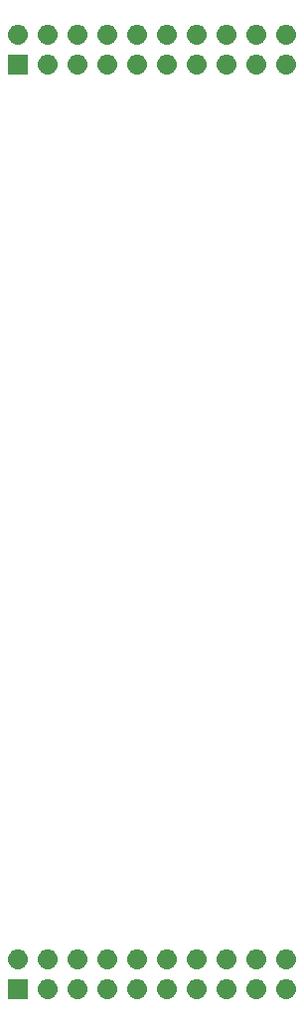
<source format=gbr>
G04 #@! TF.GenerationSoftware,KiCad,Pcbnew,5.0.2-bee76a0~70~ubuntu18.04.1*
G04 #@! TF.CreationDate,2019-10-25T10:51:07+02:00*
G04 #@! TF.ProjectId,atecc,61746563-632e-46b6-9963-61645f706362,rev?*
G04 #@! TF.SameCoordinates,Original*
G04 #@! TF.FileFunction,Soldermask,Bot*
G04 #@! TF.FilePolarity,Negative*
%FSLAX46Y46*%
G04 Gerber Fmt 4.6, Leading zero omitted, Abs format (unit mm)*
G04 Created by KiCad (PCBNEW 5.0.2-bee76a0~70~ubuntu18.04.1) date ven. 25 oct. 2019 10:51:07 CEST*
%MOMM*%
%LPD*%
G01*
G04 APERTURE LIST*
%ADD10C,0.100000*%
G04 APERTURE END LIST*
D10*
G36*
X51650000Y-155790000D02*
X49950000Y-155790000D01*
X49950000Y-154090000D01*
X51650000Y-154090000D01*
X51650000Y-155790000D01*
X51650000Y-155790000D01*
G37*
G36*
X53506630Y-154102299D02*
X53666855Y-154150903D01*
X53814520Y-154229831D01*
X53943949Y-154336051D01*
X54050169Y-154465480D01*
X54129097Y-154613145D01*
X54177701Y-154773370D01*
X54194112Y-154940000D01*
X54177701Y-155106630D01*
X54129097Y-155266855D01*
X54050169Y-155414520D01*
X53943949Y-155543949D01*
X53814520Y-155650169D01*
X53666855Y-155729097D01*
X53506630Y-155777701D01*
X53381752Y-155790000D01*
X53298248Y-155790000D01*
X53173370Y-155777701D01*
X53013145Y-155729097D01*
X52865480Y-155650169D01*
X52736051Y-155543949D01*
X52629831Y-155414520D01*
X52550903Y-155266855D01*
X52502299Y-155106630D01*
X52485888Y-154940000D01*
X52502299Y-154773370D01*
X52550903Y-154613145D01*
X52629831Y-154465480D01*
X52736051Y-154336051D01*
X52865480Y-154229831D01*
X53013145Y-154150903D01*
X53173370Y-154102299D01*
X53298248Y-154090000D01*
X53381752Y-154090000D01*
X53506630Y-154102299D01*
X53506630Y-154102299D01*
G37*
G36*
X56046630Y-154102299D02*
X56206855Y-154150903D01*
X56354520Y-154229831D01*
X56483949Y-154336051D01*
X56590169Y-154465480D01*
X56669097Y-154613145D01*
X56717701Y-154773370D01*
X56734112Y-154940000D01*
X56717701Y-155106630D01*
X56669097Y-155266855D01*
X56590169Y-155414520D01*
X56483949Y-155543949D01*
X56354520Y-155650169D01*
X56206855Y-155729097D01*
X56046630Y-155777701D01*
X55921752Y-155790000D01*
X55838248Y-155790000D01*
X55713370Y-155777701D01*
X55553145Y-155729097D01*
X55405480Y-155650169D01*
X55276051Y-155543949D01*
X55169831Y-155414520D01*
X55090903Y-155266855D01*
X55042299Y-155106630D01*
X55025888Y-154940000D01*
X55042299Y-154773370D01*
X55090903Y-154613145D01*
X55169831Y-154465480D01*
X55276051Y-154336051D01*
X55405480Y-154229831D01*
X55553145Y-154150903D01*
X55713370Y-154102299D01*
X55838248Y-154090000D01*
X55921752Y-154090000D01*
X56046630Y-154102299D01*
X56046630Y-154102299D01*
G37*
G36*
X58586630Y-154102299D02*
X58746855Y-154150903D01*
X58894520Y-154229831D01*
X59023949Y-154336051D01*
X59130169Y-154465480D01*
X59209097Y-154613145D01*
X59257701Y-154773370D01*
X59274112Y-154940000D01*
X59257701Y-155106630D01*
X59209097Y-155266855D01*
X59130169Y-155414520D01*
X59023949Y-155543949D01*
X58894520Y-155650169D01*
X58746855Y-155729097D01*
X58586630Y-155777701D01*
X58461752Y-155790000D01*
X58378248Y-155790000D01*
X58253370Y-155777701D01*
X58093145Y-155729097D01*
X57945480Y-155650169D01*
X57816051Y-155543949D01*
X57709831Y-155414520D01*
X57630903Y-155266855D01*
X57582299Y-155106630D01*
X57565888Y-154940000D01*
X57582299Y-154773370D01*
X57630903Y-154613145D01*
X57709831Y-154465480D01*
X57816051Y-154336051D01*
X57945480Y-154229831D01*
X58093145Y-154150903D01*
X58253370Y-154102299D01*
X58378248Y-154090000D01*
X58461752Y-154090000D01*
X58586630Y-154102299D01*
X58586630Y-154102299D01*
G37*
G36*
X61126630Y-154102299D02*
X61286855Y-154150903D01*
X61434520Y-154229831D01*
X61563949Y-154336051D01*
X61670169Y-154465480D01*
X61749097Y-154613145D01*
X61797701Y-154773370D01*
X61814112Y-154940000D01*
X61797701Y-155106630D01*
X61749097Y-155266855D01*
X61670169Y-155414520D01*
X61563949Y-155543949D01*
X61434520Y-155650169D01*
X61286855Y-155729097D01*
X61126630Y-155777701D01*
X61001752Y-155790000D01*
X60918248Y-155790000D01*
X60793370Y-155777701D01*
X60633145Y-155729097D01*
X60485480Y-155650169D01*
X60356051Y-155543949D01*
X60249831Y-155414520D01*
X60170903Y-155266855D01*
X60122299Y-155106630D01*
X60105888Y-154940000D01*
X60122299Y-154773370D01*
X60170903Y-154613145D01*
X60249831Y-154465480D01*
X60356051Y-154336051D01*
X60485480Y-154229831D01*
X60633145Y-154150903D01*
X60793370Y-154102299D01*
X60918248Y-154090000D01*
X61001752Y-154090000D01*
X61126630Y-154102299D01*
X61126630Y-154102299D01*
G37*
G36*
X63666630Y-154102299D02*
X63826855Y-154150903D01*
X63974520Y-154229831D01*
X64103949Y-154336051D01*
X64210169Y-154465480D01*
X64289097Y-154613145D01*
X64337701Y-154773370D01*
X64354112Y-154940000D01*
X64337701Y-155106630D01*
X64289097Y-155266855D01*
X64210169Y-155414520D01*
X64103949Y-155543949D01*
X63974520Y-155650169D01*
X63826855Y-155729097D01*
X63666630Y-155777701D01*
X63541752Y-155790000D01*
X63458248Y-155790000D01*
X63333370Y-155777701D01*
X63173145Y-155729097D01*
X63025480Y-155650169D01*
X62896051Y-155543949D01*
X62789831Y-155414520D01*
X62710903Y-155266855D01*
X62662299Y-155106630D01*
X62645888Y-154940000D01*
X62662299Y-154773370D01*
X62710903Y-154613145D01*
X62789831Y-154465480D01*
X62896051Y-154336051D01*
X63025480Y-154229831D01*
X63173145Y-154150903D01*
X63333370Y-154102299D01*
X63458248Y-154090000D01*
X63541752Y-154090000D01*
X63666630Y-154102299D01*
X63666630Y-154102299D01*
G37*
G36*
X66206630Y-154102299D02*
X66366855Y-154150903D01*
X66514520Y-154229831D01*
X66643949Y-154336051D01*
X66750169Y-154465480D01*
X66829097Y-154613145D01*
X66877701Y-154773370D01*
X66894112Y-154940000D01*
X66877701Y-155106630D01*
X66829097Y-155266855D01*
X66750169Y-155414520D01*
X66643949Y-155543949D01*
X66514520Y-155650169D01*
X66366855Y-155729097D01*
X66206630Y-155777701D01*
X66081752Y-155790000D01*
X65998248Y-155790000D01*
X65873370Y-155777701D01*
X65713145Y-155729097D01*
X65565480Y-155650169D01*
X65436051Y-155543949D01*
X65329831Y-155414520D01*
X65250903Y-155266855D01*
X65202299Y-155106630D01*
X65185888Y-154940000D01*
X65202299Y-154773370D01*
X65250903Y-154613145D01*
X65329831Y-154465480D01*
X65436051Y-154336051D01*
X65565480Y-154229831D01*
X65713145Y-154150903D01*
X65873370Y-154102299D01*
X65998248Y-154090000D01*
X66081752Y-154090000D01*
X66206630Y-154102299D01*
X66206630Y-154102299D01*
G37*
G36*
X71286630Y-154102299D02*
X71446855Y-154150903D01*
X71594520Y-154229831D01*
X71723949Y-154336051D01*
X71830169Y-154465480D01*
X71909097Y-154613145D01*
X71957701Y-154773370D01*
X71974112Y-154940000D01*
X71957701Y-155106630D01*
X71909097Y-155266855D01*
X71830169Y-155414520D01*
X71723949Y-155543949D01*
X71594520Y-155650169D01*
X71446855Y-155729097D01*
X71286630Y-155777701D01*
X71161752Y-155790000D01*
X71078248Y-155790000D01*
X70953370Y-155777701D01*
X70793145Y-155729097D01*
X70645480Y-155650169D01*
X70516051Y-155543949D01*
X70409831Y-155414520D01*
X70330903Y-155266855D01*
X70282299Y-155106630D01*
X70265888Y-154940000D01*
X70282299Y-154773370D01*
X70330903Y-154613145D01*
X70409831Y-154465480D01*
X70516051Y-154336051D01*
X70645480Y-154229831D01*
X70793145Y-154150903D01*
X70953370Y-154102299D01*
X71078248Y-154090000D01*
X71161752Y-154090000D01*
X71286630Y-154102299D01*
X71286630Y-154102299D01*
G37*
G36*
X73826630Y-154102299D02*
X73986855Y-154150903D01*
X74134520Y-154229831D01*
X74263949Y-154336051D01*
X74370169Y-154465480D01*
X74449097Y-154613145D01*
X74497701Y-154773370D01*
X74514112Y-154940000D01*
X74497701Y-155106630D01*
X74449097Y-155266855D01*
X74370169Y-155414520D01*
X74263949Y-155543949D01*
X74134520Y-155650169D01*
X73986855Y-155729097D01*
X73826630Y-155777701D01*
X73701752Y-155790000D01*
X73618248Y-155790000D01*
X73493370Y-155777701D01*
X73333145Y-155729097D01*
X73185480Y-155650169D01*
X73056051Y-155543949D01*
X72949831Y-155414520D01*
X72870903Y-155266855D01*
X72822299Y-155106630D01*
X72805888Y-154940000D01*
X72822299Y-154773370D01*
X72870903Y-154613145D01*
X72949831Y-154465480D01*
X73056051Y-154336051D01*
X73185480Y-154229831D01*
X73333145Y-154150903D01*
X73493370Y-154102299D01*
X73618248Y-154090000D01*
X73701752Y-154090000D01*
X73826630Y-154102299D01*
X73826630Y-154102299D01*
G37*
G36*
X68746630Y-154102299D02*
X68906855Y-154150903D01*
X69054520Y-154229831D01*
X69183949Y-154336051D01*
X69290169Y-154465480D01*
X69369097Y-154613145D01*
X69417701Y-154773370D01*
X69434112Y-154940000D01*
X69417701Y-155106630D01*
X69369097Y-155266855D01*
X69290169Y-155414520D01*
X69183949Y-155543949D01*
X69054520Y-155650169D01*
X68906855Y-155729097D01*
X68746630Y-155777701D01*
X68621752Y-155790000D01*
X68538248Y-155790000D01*
X68413370Y-155777701D01*
X68253145Y-155729097D01*
X68105480Y-155650169D01*
X67976051Y-155543949D01*
X67869831Y-155414520D01*
X67790903Y-155266855D01*
X67742299Y-155106630D01*
X67725888Y-154940000D01*
X67742299Y-154773370D01*
X67790903Y-154613145D01*
X67869831Y-154465480D01*
X67976051Y-154336051D01*
X68105480Y-154229831D01*
X68253145Y-154150903D01*
X68413370Y-154102299D01*
X68538248Y-154090000D01*
X68621752Y-154090000D01*
X68746630Y-154102299D01*
X68746630Y-154102299D01*
G37*
G36*
X61126630Y-151562299D02*
X61286855Y-151610903D01*
X61434520Y-151689831D01*
X61563949Y-151796051D01*
X61670169Y-151925480D01*
X61749097Y-152073145D01*
X61797701Y-152233370D01*
X61814112Y-152400000D01*
X61797701Y-152566630D01*
X61749097Y-152726855D01*
X61670169Y-152874520D01*
X61563949Y-153003949D01*
X61434520Y-153110169D01*
X61286855Y-153189097D01*
X61126630Y-153237701D01*
X61001752Y-153250000D01*
X60918248Y-153250000D01*
X60793370Y-153237701D01*
X60633145Y-153189097D01*
X60485480Y-153110169D01*
X60356051Y-153003949D01*
X60249831Y-152874520D01*
X60170903Y-152726855D01*
X60122299Y-152566630D01*
X60105888Y-152400000D01*
X60122299Y-152233370D01*
X60170903Y-152073145D01*
X60249831Y-151925480D01*
X60356051Y-151796051D01*
X60485480Y-151689831D01*
X60633145Y-151610903D01*
X60793370Y-151562299D01*
X60918248Y-151550000D01*
X61001752Y-151550000D01*
X61126630Y-151562299D01*
X61126630Y-151562299D01*
G37*
G36*
X50966630Y-151562299D02*
X51126855Y-151610903D01*
X51274520Y-151689831D01*
X51403949Y-151796051D01*
X51510169Y-151925480D01*
X51589097Y-152073145D01*
X51637701Y-152233370D01*
X51654112Y-152400000D01*
X51637701Y-152566630D01*
X51589097Y-152726855D01*
X51510169Y-152874520D01*
X51403949Y-153003949D01*
X51274520Y-153110169D01*
X51126855Y-153189097D01*
X50966630Y-153237701D01*
X50841752Y-153250000D01*
X50758248Y-153250000D01*
X50633370Y-153237701D01*
X50473145Y-153189097D01*
X50325480Y-153110169D01*
X50196051Y-153003949D01*
X50089831Y-152874520D01*
X50010903Y-152726855D01*
X49962299Y-152566630D01*
X49945888Y-152400000D01*
X49962299Y-152233370D01*
X50010903Y-152073145D01*
X50089831Y-151925480D01*
X50196051Y-151796051D01*
X50325480Y-151689831D01*
X50473145Y-151610903D01*
X50633370Y-151562299D01*
X50758248Y-151550000D01*
X50841752Y-151550000D01*
X50966630Y-151562299D01*
X50966630Y-151562299D01*
G37*
G36*
X71286630Y-151562299D02*
X71446855Y-151610903D01*
X71594520Y-151689831D01*
X71723949Y-151796051D01*
X71830169Y-151925480D01*
X71909097Y-152073145D01*
X71957701Y-152233370D01*
X71974112Y-152400000D01*
X71957701Y-152566630D01*
X71909097Y-152726855D01*
X71830169Y-152874520D01*
X71723949Y-153003949D01*
X71594520Y-153110169D01*
X71446855Y-153189097D01*
X71286630Y-153237701D01*
X71161752Y-153250000D01*
X71078248Y-153250000D01*
X70953370Y-153237701D01*
X70793145Y-153189097D01*
X70645480Y-153110169D01*
X70516051Y-153003949D01*
X70409831Y-152874520D01*
X70330903Y-152726855D01*
X70282299Y-152566630D01*
X70265888Y-152400000D01*
X70282299Y-152233370D01*
X70330903Y-152073145D01*
X70409831Y-151925480D01*
X70516051Y-151796051D01*
X70645480Y-151689831D01*
X70793145Y-151610903D01*
X70953370Y-151562299D01*
X71078248Y-151550000D01*
X71161752Y-151550000D01*
X71286630Y-151562299D01*
X71286630Y-151562299D01*
G37*
G36*
X53506630Y-151562299D02*
X53666855Y-151610903D01*
X53814520Y-151689831D01*
X53943949Y-151796051D01*
X54050169Y-151925480D01*
X54129097Y-152073145D01*
X54177701Y-152233370D01*
X54194112Y-152400000D01*
X54177701Y-152566630D01*
X54129097Y-152726855D01*
X54050169Y-152874520D01*
X53943949Y-153003949D01*
X53814520Y-153110169D01*
X53666855Y-153189097D01*
X53506630Y-153237701D01*
X53381752Y-153250000D01*
X53298248Y-153250000D01*
X53173370Y-153237701D01*
X53013145Y-153189097D01*
X52865480Y-153110169D01*
X52736051Y-153003949D01*
X52629831Y-152874520D01*
X52550903Y-152726855D01*
X52502299Y-152566630D01*
X52485888Y-152400000D01*
X52502299Y-152233370D01*
X52550903Y-152073145D01*
X52629831Y-151925480D01*
X52736051Y-151796051D01*
X52865480Y-151689831D01*
X53013145Y-151610903D01*
X53173370Y-151562299D01*
X53298248Y-151550000D01*
X53381752Y-151550000D01*
X53506630Y-151562299D01*
X53506630Y-151562299D01*
G37*
G36*
X56046630Y-151562299D02*
X56206855Y-151610903D01*
X56354520Y-151689831D01*
X56483949Y-151796051D01*
X56590169Y-151925480D01*
X56669097Y-152073145D01*
X56717701Y-152233370D01*
X56734112Y-152400000D01*
X56717701Y-152566630D01*
X56669097Y-152726855D01*
X56590169Y-152874520D01*
X56483949Y-153003949D01*
X56354520Y-153110169D01*
X56206855Y-153189097D01*
X56046630Y-153237701D01*
X55921752Y-153250000D01*
X55838248Y-153250000D01*
X55713370Y-153237701D01*
X55553145Y-153189097D01*
X55405480Y-153110169D01*
X55276051Y-153003949D01*
X55169831Y-152874520D01*
X55090903Y-152726855D01*
X55042299Y-152566630D01*
X55025888Y-152400000D01*
X55042299Y-152233370D01*
X55090903Y-152073145D01*
X55169831Y-151925480D01*
X55276051Y-151796051D01*
X55405480Y-151689831D01*
X55553145Y-151610903D01*
X55713370Y-151562299D01*
X55838248Y-151550000D01*
X55921752Y-151550000D01*
X56046630Y-151562299D01*
X56046630Y-151562299D01*
G37*
G36*
X68746630Y-151562299D02*
X68906855Y-151610903D01*
X69054520Y-151689831D01*
X69183949Y-151796051D01*
X69290169Y-151925480D01*
X69369097Y-152073145D01*
X69417701Y-152233370D01*
X69434112Y-152400000D01*
X69417701Y-152566630D01*
X69369097Y-152726855D01*
X69290169Y-152874520D01*
X69183949Y-153003949D01*
X69054520Y-153110169D01*
X68906855Y-153189097D01*
X68746630Y-153237701D01*
X68621752Y-153250000D01*
X68538248Y-153250000D01*
X68413370Y-153237701D01*
X68253145Y-153189097D01*
X68105480Y-153110169D01*
X67976051Y-153003949D01*
X67869831Y-152874520D01*
X67790903Y-152726855D01*
X67742299Y-152566630D01*
X67725888Y-152400000D01*
X67742299Y-152233370D01*
X67790903Y-152073145D01*
X67869831Y-151925480D01*
X67976051Y-151796051D01*
X68105480Y-151689831D01*
X68253145Y-151610903D01*
X68413370Y-151562299D01*
X68538248Y-151550000D01*
X68621752Y-151550000D01*
X68746630Y-151562299D01*
X68746630Y-151562299D01*
G37*
G36*
X58586630Y-151562299D02*
X58746855Y-151610903D01*
X58894520Y-151689831D01*
X59023949Y-151796051D01*
X59130169Y-151925480D01*
X59209097Y-152073145D01*
X59257701Y-152233370D01*
X59274112Y-152400000D01*
X59257701Y-152566630D01*
X59209097Y-152726855D01*
X59130169Y-152874520D01*
X59023949Y-153003949D01*
X58894520Y-153110169D01*
X58746855Y-153189097D01*
X58586630Y-153237701D01*
X58461752Y-153250000D01*
X58378248Y-153250000D01*
X58253370Y-153237701D01*
X58093145Y-153189097D01*
X57945480Y-153110169D01*
X57816051Y-153003949D01*
X57709831Y-152874520D01*
X57630903Y-152726855D01*
X57582299Y-152566630D01*
X57565888Y-152400000D01*
X57582299Y-152233370D01*
X57630903Y-152073145D01*
X57709831Y-151925480D01*
X57816051Y-151796051D01*
X57945480Y-151689831D01*
X58093145Y-151610903D01*
X58253370Y-151562299D01*
X58378248Y-151550000D01*
X58461752Y-151550000D01*
X58586630Y-151562299D01*
X58586630Y-151562299D01*
G37*
G36*
X73826630Y-151562299D02*
X73986855Y-151610903D01*
X74134520Y-151689831D01*
X74263949Y-151796051D01*
X74370169Y-151925480D01*
X74449097Y-152073145D01*
X74497701Y-152233370D01*
X74514112Y-152400000D01*
X74497701Y-152566630D01*
X74449097Y-152726855D01*
X74370169Y-152874520D01*
X74263949Y-153003949D01*
X74134520Y-153110169D01*
X73986855Y-153189097D01*
X73826630Y-153237701D01*
X73701752Y-153250000D01*
X73618248Y-153250000D01*
X73493370Y-153237701D01*
X73333145Y-153189097D01*
X73185480Y-153110169D01*
X73056051Y-153003949D01*
X72949831Y-152874520D01*
X72870903Y-152726855D01*
X72822299Y-152566630D01*
X72805888Y-152400000D01*
X72822299Y-152233370D01*
X72870903Y-152073145D01*
X72949831Y-151925480D01*
X73056051Y-151796051D01*
X73185480Y-151689831D01*
X73333145Y-151610903D01*
X73493370Y-151562299D01*
X73618248Y-151550000D01*
X73701752Y-151550000D01*
X73826630Y-151562299D01*
X73826630Y-151562299D01*
G37*
G36*
X66206630Y-151562299D02*
X66366855Y-151610903D01*
X66514520Y-151689831D01*
X66643949Y-151796051D01*
X66750169Y-151925480D01*
X66829097Y-152073145D01*
X66877701Y-152233370D01*
X66894112Y-152400000D01*
X66877701Y-152566630D01*
X66829097Y-152726855D01*
X66750169Y-152874520D01*
X66643949Y-153003949D01*
X66514520Y-153110169D01*
X66366855Y-153189097D01*
X66206630Y-153237701D01*
X66081752Y-153250000D01*
X65998248Y-153250000D01*
X65873370Y-153237701D01*
X65713145Y-153189097D01*
X65565480Y-153110169D01*
X65436051Y-153003949D01*
X65329831Y-152874520D01*
X65250903Y-152726855D01*
X65202299Y-152566630D01*
X65185888Y-152400000D01*
X65202299Y-152233370D01*
X65250903Y-152073145D01*
X65329831Y-151925480D01*
X65436051Y-151796051D01*
X65565480Y-151689831D01*
X65713145Y-151610903D01*
X65873370Y-151562299D01*
X65998248Y-151550000D01*
X66081752Y-151550000D01*
X66206630Y-151562299D01*
X66206630Y-151562299D01*
G37*
G36*
X63666630Y-151562299D02*
X63826855Y-151610903D01*
X63974520Y-151689831D01*
X64103949Y-151796051D01*
X64210169Y-151925480D01*
X64289097Y-152073145D01*
X64337701Y-152233370D01*
X64354112Y-152400000D01*
X64337701Y-152566630D01*
X64289097Y-152726855D01*
X64210169Y-152874520D01*
X64103949Y-153003949D01*
X63974520Y-153110169D01*
X63826855Y-153189097D01*
X63666630Y-153237701D01*
X63541752Y-153250000D01*
X63458248Y-153250000D01*
X63333370Y-153237701D01*
X63173145Y-153189097D01*
X63025480Y-153110169D01*
X62896051Y-153003949D01*
X62789831Y-152874520D01*
X62710903Y-152726855D01*
X62662299Y-152566630D01*
X62645888Y-152400000D01*
X62662299Y-152233370D01*
X62710903Y-152073145D01*
X62789831Y-151925480D01*
X62896051Y-151796051D01*
X63025480Y-151689831D01*
X63173145Y-151610903D01*
X63333370Y-151562299D01*
X63458248Y-151550000D01*
X63541752Y-151550000D01*
X63666630Y-151562299D01*
X63666630Y-151562299D01*
G37*
G36*
X53506630Y-75362299D02*
X53666855Y-75410903D01*
X53814520Y-75489831D01*
X53943949Y-75596051D01*
X54050169Y-75725480D01*
X54129097Y-75873145D01*
X54177701Y-76033370D01*
X54194112Y-76200000D01*
X54177701Y-76366630D01*
X54129097Y-76526855D01*
X54050169Y-76674520D01*
X53943949Y-76803949D01*
X53814520Y-76910169D01*
X53666855Y-76989097D01*
X53506630Y-77037701D01*
X53381752Y-77050000D01*
X53298248Y-77050000D01*
X53173370Y-77037701D01*
X53013145Y-76989097D01*
X52865480Y-76910169D01*
X52736051Y-76803949D01*
X52629831Y-76674520D01*
X52550903Y-76526855D01*
X52502299Y-76366630D01*
X52485888Y-76200000D01*
X52502299Y-76033370D01*
X52550903Y-75873145D01*
X52629831Y-75725480D01*
X52736051Y-75596051D01*
X52865480Y-75489831D01*
X53013145Y-75410903D01*
X53173370Y-75362299D01*
X53298248Y-75350000D01*
X53381752Y-75350000D01*
X53506630Y-75362299D01*
X53506630Y-75362299D01*
G37*
G36*
X73826630Y-75362299D02*
X73986855Y-75410903D01*
X74134520Y-75489831D01*
X74263949Y-75596051D01*
X74370169Y-75725480D01*
X74449097Y-75873145D01*
X74497701Y-76033370D01*
X74514112Y-76200000D01*
X74497701Y-76366630D01*
X74449097Y-76526855D01*
X74370169Y-76674520D01*
X74263949Y-76803949D01*
X74134520Y-76910169D01*
X73986855Y-76989097D01*
X73826630Y-77037701D01*
X73701752Y-77050000D01*
X73618248Y-77050000D01*
X73493370Y-77037701D01*
X73333145Y-76989097D01*
X73185480Y-76910169D01*
X73056051Y-76803949D01*
X72949831Y-76674520D01*
X72870903Y-76526855D01*
X72822299Y-76366630D01*
X72805888Y-76200000D01*
X72822299Y-76033370D01*
X72870903Y-75873145D01*
X72949831Y-75725480D01*
X73056051Y-75596051D01*
X73185480Y-75489831D01*
X73333145Y-75410903D01*
X73493370Y-75362299D01*
X73618248Y-75350000D01*
X73701752Y-75350000D01*
X73826630Y-75362299D01*
X73826630Y-75362299D01*
G37*
G36*
X71286630Y-75362299D02*
X71446855Y-75410903D01*
X71594520Y-75489831D01*
X71723949Y-75596051D01*
X71830169Y-75725480D01*
X71909097Y-75873145D01*
X71957701Y-76033370D01*
X71974112Y-76200000D01*
X71957701Y-76366630D01*
X71909097Y-76526855D01*
X71830169Y-76674520D01*
X71723949Y-76803949D01*
X71594520Y-76910169D01*
X71446855Y-76989097D01*
X71286630Y-77037701D01*
X71161752Y-77050000D01*
X71078248Y-77050000D01*
X70953370Y-77037701D01*
X70793145Y-76989097D01*
X70645480Y-76910169D01*
X70516051Y-76803949D01*
X70409831Y-76674520D01*
X70330903Y-76526855D01*
X70282299Y-76366630D01*
X70265888Y-76200000D01*
X70282299Y-76033370D01*
X70330903Y-75873145D01*
X70409831Y-75725480D01*
X70516051Y-75596051D01*
X70645480Y-75489831D01*
X70793145Y-75410903D01*
X70953370Y-75362299D01*
X71078248Y-75350000D01*
X71161752Y-75350000D01*
X71286630Y-75362299D01*
X71286630Y-75362299D01*
G37*
G36*
X68746630Y-75362299D02*
X68906855Y-75410903D01*
X69054520Y-75489831D01*
X69183949Y-75596051D01*
X69290169Y-75725480D01*
X69369097Y-75873145D01*
X69417701Y-76033370D01*
X69434112Y-76200000D01*
X69417701Y-76366630D01*
X69369097Y-76526855D01*
X69290169Y-76674520D01*
X69183949Y-76803949D01*
X69054520Y-76910169D01*
X68906855Y-76989097D01*
X68746630Y-77037701D01*
X68621752Y-77050000D01*
X68538248Y-77050000D01*
X68413370Y-77037701D01*
X68253145Y-76989097D01*
X68105480Y-76910169D01*
X67976051Y-76803949D01*
X67869831Y-76674520D01*
X67790903Y-76526855D01*
X67742299Y-76366630D01*
X67725888Y-76200000D01*
X67742299Y-76033370D01*
X67790903Y-75873145D01*
X67869831Y-75725480D01*
X67976051Y-75596051D01*
X68105480Y-75489831D01*
X68253145Y-75410903D01*
X68413370Y-75362299D01*
X68538248Y-75350000D01*
X68621752Y-75350000D01*
X68746630Y-75362299D01*
X68746630Y-75362299D01*
G37*
G36*
X66206630Y-75362299D02*
X66366855Y-75410903D01*
X66514520Y-75489831D01*
X66643949Y-75596051D01*
X66750169Y-75725480D01*
X66829097Y-75873145D01*
X66877701Y-76033370D01*
X66894112Y-76200000D01*
X66877701Y-76366630D01*
X66829097Y-76526855D01*
X66750169Y-76674520D01*
X66643949Y-76803949D01*
X66514520Y-76910169D01*
X66366855Y-76989097D01*
X66206630Y-77037701D01*
X66081752Y-77050000D01*
X65998248Y-77050000D01*
X65873370Y-77037701D01*
X65713145Y-76989097D01*
X65565480Y-76910169D01*
X65436051Y-76803949D01*
X65329831Y-76674520D01*
X65250903Y-76526855D01*
X65202299Y-76366630D01*
X65185888Y-76200000D01*
X65202299Y-76033370D01*
X65250903Y-75873145D01*
X65329831Y-75725480D01*
X65436051Y-75596051D01*
X65565480Y-75489831D01*
X65713145Y-75410903D01*
X65873370Y-75362299D01*
X65998248Y-75350000D01*
X66081752Y-75350000D01*
X66206630Y-75362299D01*
X66206630Y-75362299D01*
G37*
G36*
X63666630Y-75362299D02*
X63826855Y-75410903D01*
X63974520Y-75489831D01*
X64103949Y-75596051D01*
X64210169Y-75725480D01*
X64289097Y-75873145D01*
X64337701Y-76033370D01*
X64354112Y-76200000D01*
X64337701Y-76366630D01*
X64289097Y-76526855D01*
X64210169Y-76674520D01*
X64103949Y-76803949D01*
X63974520Y-76910169D01*
X63826855Y-76989097D01*
X63666630Y-77037701D01*
X63541752Y-77050000D01*
X63458248Y-77050000D01*
X63333370Y-77037701D01*
X63173145Y-76989097D01*
X63025480Y-76910169D01*
X62896051Y-76803949D01*
X62789831Y-76674520D01*
X62710903Y-76526855D01*
X62662299Y-76366630D01*
X62645888Y-76200000D01*
X62662299Y-76033370D01*
X62710903Y-75873145D01*
X62789831Y-75725480D01*
X62896051Y-75596051D01*
X63025480Y-75489831D01*
X63173145Y-75410903D01*
X63333370Y-75362299D01*
X63458248Y-75350000D01*
X63541752Y-75350000D01*
X63666630Y-75362299D01*
X63666630Y-75362299D01*
G37*
G36*
X61126630Y-75362299D02*
X61286855Y-75410903D01*
X61434520Y-75489831D01*
X61563949Y-75596051D01*
X61670169Y-75725480D01*
X61749097Y-75873145D01*
X61797701Y-76033370D01*
X61814112Y-76200000D01*
X61797701Y-76366630D01*
X61749097Y-76526855D01*
X61670169Y-76674520D01*
X61563949Y-76803949D01*
X61434520Y-76910169D01*
X61286855Y-76989097D01*
X61126630Y-77037701D01*
X61001752Y-77050000D01*
X60918248Y-77050000D01*
X60793370Y-77037701D01*
X60633145Y-76989097D01*
X60485480Y-76910169D01*
X60356051Y-76803949D01*
X60249831Y-76674520D01*
X60170903Y-76526855D01*
X60122299Y-76366630D01*
X60105888Y-76200000D01*
X60122299Y-76033370D01*
X60170903Y-75873145D01*
X60249831Y-75725480D01*
X60356051Y-75596051D01*
X60485480Y-75489831D01*
X60633145Y-75410903D01*
X60793370Y-75362299D01*
X60918248Y-75350000D01*
X61001752Y-75350000D01*
X61126630Y-75362299D01*
X61126630Y-75362299D01*
G37*
G36*
X58586630Y-75362299D02*
X58746855Y-75410903D01*
X58894520Y-75489831D01*
X59023949Y-75596051D01*
X59130169Y-75725480D01*
X59209097Y-75873145D01*
X59257701Y-76033370D01*
X59274112Y-76200000D01*
X59257701Y-76366630D01*
X59209097Y-76526855D01*
X59130169Y-76674520D01*
X59023949Y-76803949D01*
X58894520Y-76910169D01*
X58746855Y-76989097D01*
X58586630Y-77037701D01*
X58461752Y-77050000D01*
X58378248Y-77050000D01*
X58253370Y-77037701D01*
X58093145Y-76989097D01*
X57945480Y-76910169D01*
X57816051Y-76803949D01*
X57709831Y-76674520D01*
X57630903Y-76526855D01*
X57582299Y-76366630D01*
X57565888Y-76200000D01*
X57582299Y-76033370D01*
X57630903Y-75873145D01*
X57709831Y-75725480D01*
X57816051Y-75596051D01*
X57945480Y-75489831D01*
X58093145Y-75410903D01*
X58253370Y-75362299D01*
X58378248Y-75350000D01*
X58461752Y-75350000D01*
X58586630Y-75362299D01*
X58586630Y-75362299D01*
G37*
G36*
X51650000Y-77050000D02*
X49950000Y-77050000D01*
X49950000Y-75350000D01*
X51650000Y-75350000D01*
X51650000Y-77050000D01*
X51650000Y-77050000D01*
G37*
G36*
X56046630Y-75362299D02*
X56206855Y-75410903D01*
X56354520Y-75489831D01*
X56483949Y-75596051D01*
X56590169Y-75725480D01*
X56669097Y-75873145D01*
X56717701Y-76033370D01*
X56734112Y-76200000D01*
X56717701Y-76366630D01*
X56669097Y-76526855D01*
X56590169Y-76674520D01*
X56483949Y-76803949D01*
X56354520Y-76910169D01*
X56206855Y-76989097D01*
X56046630Y-77037701D01*
X55921752Y-77050000D01*
X55838248Y-77050000D01*
X55713370Y-77037701D01*
X55553145Y-76989097D01*
X55405480Y-76910169D01*
X55276051Y-76803949D01*
X55169831Y-76674520D01*
X55090903Y-76526855D01*
X55042299Y-76366630D01*
X55025888Y-76200000D01*
X55042299Y-76033370D01*
X55090903Y-75873145D01*
X55169831Y-75725480D01*
X55276051Y-75596051D01*
X55405480Y-75489831D01*
X55553145Y-75410903D01*
X55713370Y-75362299D01*
X55838248Y-75350000D01*
X55921752Y-75350000D01*
X56046630Y-75362299D01*
X56046630Y-75362299D01*
G37*
G36*
X58586630Y-72822299D02*
X58746855Y-72870903D01*
X58894520Y-72949831D01*
X59023949Y-73056051D01*
X59130169Y-73185480D01*
X59209097Y-73333145D01*
X59257701Y-73493370D01*
X59274112Y-73660000D01*
X59257701Y-73826630D01*
X59209097Y-73986855D01*
X59130169Y-74134520D01*
X59023949Y-74263949D01*
X58894520Y-74370169D01*
X58746855Y-74449097D01*
X58586630Y-74497701D01*
X58461752Y-74510000D01*
X58378248Y-74510000D01*
X58253370Y-74497701D01*
X58093145Y-74449097D01*
X57945480Y-74370169D01*
X57816051Y-74263949D01*
X57709831Y-74134520D01*
X57630903Y-73986855D01*
X57582299Y-73826630D01*
X57565888Y-73660000D01*
X57582299Y-73493370D01*
X57630903Y-73333145D01*
X57709831Y-73185480D01*
X57816051Y-73056051D01*
X57945480Y-72949831D01*
X58093145Y-72870903D01*
X58253370Y-72822299D01*
X58378248Y-72810000D01*
X58461752Y-72810000D01*
X58586630Y-72822299D01*
X58586630Y-72822299D01*
G37*
G36*
X68746630Y-72822299D02*
X68906855Y-72870903D01*
X69054520Y-72949831D01*
X69183949Y-73056051D01*
X69290169Y-73185480D01*
X69369097Y-73333145D01*
X69417701Y-73493370D01*
X69434112Y-73660000D01*
X69417701Y-73826630D01*
X69369097Y-73986855D01*
X69290169Y-74134520D01*
X69183949Y-74263949D01*
X69054520Y-74370169D01*
X68906855Y-74449097D01*
X68746630Y-74497701D01*
X68621752Y-74510000D01*
X68538248Y-74510000D01*
X68413370Y-74497701D01*
X68253145Y-74449097D01*
X68105480Y-74370169D01*
X67976051Y-74263949D01*
X67869831Y-74134520D01*
X67790903Y-73986855D01*
X67742299Y-73826630D01*
X67725888Y-73660000D01*
X67742299Y-73493370D01*
X67790903Y-73333145D01*
X67869831Y-73185480D01*
X67976051Y-73056051D01*
X68105480Y-72949831D01*
X68253145Y-72870903D01*
X68413370Y-72822299D01*
X68538248Y-72810000D01*
X68621752Y-72810000D01*
X68746630Y-72822299D01*
X68746630Y-72822299D01*
G37*
G36*
X56046630Y-72822299D02*
X56206855Y-72870903D01*
X56354520Y-72949831D01*
X56483949Y-73056051D01*
X56590169Y-73185480D01*
X56669097Y-73333145D01*
X56717701Y-73493370D01*
X56734112Y-73660000D01*
X56717701Y-73826630D01*
X56669097Y-73986855D01*
X56590169Y-74134520D01*
X56483949Y-74263949D01*
X56354520Y-74370169D01*
X56206855Y-74449097D01*
X56046630Y-74497701D01*
X55921752Y-74510000D01*
X55838248Y-74510000D01*
X55713370Y-74497701D01*
X55553145Y-74449097D01*
X55405480Y-74370169D01*
X55276051Y-74263949D01*
X55169831Y-74134520D01*
X55090903Y-73986855D01*
X55042299Y-73826630D01*
X55025888Y-73660000D01*
X55042299Y-73493370D01*
X55090903Y-73333145D01*
X55169831Y-73185480D01*
X55276051Y-73056051D01*
X55405480Y-72949831D01*
X55553145Y-72870903D01*
X55713370Y-72822299D01*
X55838248Y-72810000D01*
X55921752Y-72810000D01*
X56046630Y-72822299D01*
X56046630Y-72822299D01*
G37*
G36*
X61126630Y-72822299D02*
X61286855Y-72870903D01*
X61434520Y-72949831D01*
X61563949Y-73056051D01*
X61670169Y-73185480D01*
X61749097Y-73333145D01*
X61797701Y-73493370D01*
X61814112Y-73660000D01*
X61797701Y-73826630D01*
X61749097Y-73986855D01*
X61670169Y-74134520D01*
X61563949Y-74263949D01*
X61434520Y-74370169D01*
X61286855Y-74449097D01*
X61126630Y-74497701D01*
X61001752Y-74510000D01*
X60918248Y-74510000D01*
X60793370Y-74497701D01*
X60633145Y-74449097D01*
X60485480Y-74370169D01*
X60356051Y-74263949D01*
X60249831Y-74134520D01*
X60170903Y-73986855D01*
X60122299Y-73826630D01*
X60105888Y-73660000D01*
X60122299Y-73493370D01*
X60170903Y-73333145D01*
X60249831Y-73185480D01*
X60356051Y-73056051D01*
X60485480Y-72949831D01*
X60633145Y-72870903D01*
X60793370Y-72822299D01*
X60918248Y-72810000D01*
X61001752Y-72810000D01*
X61126630Y-72822299D01*
X61126630Y-72822299D01*
G37*
G36*
X53506630Y-72822299D02*
X53666855Y-72870903D01*
X53814520Y-72949831D01*
X53943949Y-73056051D01*
X54050169Y-73185480D01*
X54129097Y-73333145D01*
X54177701Y-73493370D01*
X54194112Y-73660000D01*
X54177701Y-73826630D01*
X54129097Y-73986855D01*
X54050169Y-74134520D01*
X53943949Y-74263949D01*
X53814520Y-74370169D01*
X53666855Y-74449097D01*
X53506630Y-74497701D01*
X53381752Y-74510000D01*
X53298248Y-74510000D01*
X53173370Y-74497701D01*
X53013145Y-74449097D01*
X52865480Y-74370169D01*
X52736051Y-74263949D01*
X52629831Y-74134520D01*
X52550903Y-73986855D01*
X52502299Y-73826630D01*
X52485888Y-73660000D01*
X52502299Y-73493370D01*
X52550903Y-73333145D01*
X52629831Y-73185480D01*
X52736051Y-73056051D01*
X52865480Y-72949831D01*
X53013145Y-72870903D01*
X53173370Y-72822299D01*
X53298248Y-72810000D01*
X53381752Y-72810000D01*
X53506630Y-72822299D01*
X53506630Y-72822299D01*
G37*
G36*
X63666630Y-72822299D02*
X63826855Y-72870903D01*
X63974520Y-72949831D01*
X64103949Y-73056051D01*
X64210169Y-73185480D01*
X64289097Y-73333145D01*
X64337701Y-73493370D01*
X64354112Y-73660000D01*
X64337701Y-73826630D01*
X64289097Y-73986855D01*
X64210169Y-74134520D01*
X64103949Y-74263949D01*
X63974520Y-74370169D01*
X63826855Y-74449097D01*
X63666630Y-74497701D01*
X63541752Y-74510000D01*
X63458248Y-74510000D01*
X63333370Y-74497701D01*
X63173145Y-74449097D01*
X63025480Y-74370169D01*
X62896051Y-74263949D01*
X62789831Y-74134520D01*
X62710903Y-73986855D01*
X62662299Y-73826630D01*
X62645888Y-73660000D01*
X62662299Y-73493370D01*
X62710903Y-73333145D01*
X62789831Y-73185480D01*
X62896051Y-73056051D01*
X63025480Y-72949831D01*
X63173145Y-72870903D01*
X63333370Y-72822299D01*
X63458248Y-72810000D01*
X63541752Y-72810000D01*
X63666630Y-72822299D01*
X63666630Y-72822299D01*
G37*
G36*
X66206630Y-72822299D02*
X66366855Y-72870903D01*
X66514520Y-72949831D01*
X66643949Y-73056051D01*
X66750169Y-73185480D01*
X66829097Y-73333145D01*
X66877701Y-73493370D01*
X66894112Y-73660000D01*
X66877701Y-73826630D01*
X66829097Y-73986855D01*
X66750169Y-74134520D01*
X66643949Y-74263949D01*
X66514520Y-74370169D01*
X66366855Y-74449097D01*
X66206630Y-74497701D01*
X66081752Y-74510000D01*
X65998248Y-74510000D01*
X65873370Y-74497701D01*
X65713145Y-74449097D01*
X65565480Y-74370169D01*
X65436051Y-74263949D01*
X65329831Y-74134520D01*
X65250903Y-73986855D01*
X65202299Y-73826630D01*
X65185888Y-73660000D01*
X65202299Y-73493370D01*
X65250903Y-73333145D01*
X65329831Y-73185480D01*
X65436051Y-73056051D01*
X65565480Y-72949831D01*
X65713145Y-72870903D01*
X65873370Y-72822299D01*
X65998248Y-72810000D01*
X66081752Y-72810000D01*
X66206630Y-72822299D01*
X66206630Y-72822299D01*
G37*
G36*
X50966630Y-72822299D02*
X51126855Y-72870903D01*
X51274520Y-72949831D01*
X51403949Y-73056051D01*
X51510169Y-73185480D01*
X51589097Y-73333145D01*
X51637701Y-73493370D01*
X51654112Y-73660000D01*
X51637701Y-73826630D01*
X51589097Y-73986855D01*
X51510169Y-74134520D01*
X51403949Y-74263949D01*
X51274520Y-74370169D01*
X51126855Y-74449097D01*
X50966630Y-74497701D01*
X50841752Y-74510000D01*
X50758248Y-74510000D01*
X50633370Y-74497701D01*
X50473145Y-74449097D01*
X50325480Y-74370169D01*
X50196051Y-74263949D01*
X50089831Y-74134520D01*
X50010903Y-73986855D01*
X49962299Y-73826630D01*
X49945888Y-73660000D01*
X49962299Y-73493370D01*
X50010903Y-73333145D01*
X50089831Y-73185480D01*
X50196051Y-73056051D01*
X50325480Y-72949831D01*
X50473145Y-72870903D01*
X50633370Y-72822299D01*
X50758248Y-72810000D01*
X50841752Y-72810000D01*
X50966630Y-72822299D01*
X50966630Y-72822299D01*
G37*
G36*
X71286630Y-72822299D02*
X71446855Y-72870903D01*
X71594520Y-72949831D01*
X71723949Y-73056051D01*
X71830169Y-73185480D01*
X71909097Y-73333145D01*
X71957701Y-73493370D01*
X71974112Y-73660000D01*
X71957701Y-73826630D01*
X71909097Y-73986855D01*
X71830169Y-74134520D01*
X71723949Y-74263949D01*
X71594520Y-74370169D01*
X71446855Y-74449097D01*
X71286630Y-74497701D01*
X71161752Y-74510000D01*
X71078248Y-74510000D01*
X70953370Y-74497701D01*
X70793145Y-74449097D01*
X70645480Y-74370169D01*
X70516051Y-74263949D01*
X70409831Y-74134520D01*
X70330903Y-73986855D01*
X70282299Y-73826630D01*
X70265888Y-73660000D01*
X70282299Y-73493370D01*
X70330903Y-73333145D01*
X70409831Y-73185480D01*
X70516051Y-73056051D01*
X70645480Y-72949831D01*
X70793145Y-72870903D01*
X70953370Y-72822299D01*
X71078248Y-72810000D01*
X71161752Y-72810000D01*
X71286630Y-72822299D01*
X71286630Y-72822299D01*
G37*
G36*
X73826630Y-72822299D02*
X73986855Y-72870903D01*
X74134520Y-72949831D01*
X74263949Y-73056051D01*
X74370169Y-73185480D01*
X74449097Y-73333145D01*
X74497701Y-73493370D01*
X74514112Y-73660000D01*
X74497701Y-73826630D01*
X74449097Y-73986855D01*
X74370169Y-74134520D01*
X74263949Y-74263949D01*
X74134520Y-74370169D01*
X73986855Y-74449097D01*
X73826630Y-74497701D01*
X73701752Y-74510000D01*
X73618248Y-74510000D01*
X73493370Y-74497701D01*
X73333145Y-74449097D01*
X73185480Y-74370169D01*
X73056051Y-74263949D01*
X72949831Y-74134520D01*
X72870903Y-73986855D01*
X72822299Y-73826630D01*
X72805888Y-73660000D01*
X72822299Y-73493370D01*
X72870903Y-73333145D01*
X72949831Y-73185480D01*
X73056051Y-73056051D01*
X73185480Y-72949831D01*
X73333145Y-72870903D01*
X73493370Y-72822299D01*
X73618248Y-72810000D01*
X73701752Y-72810000D01*
X73826630Y-72822299D01*
X73826630Y-72822299D01*
G37*
M02*

</source>
